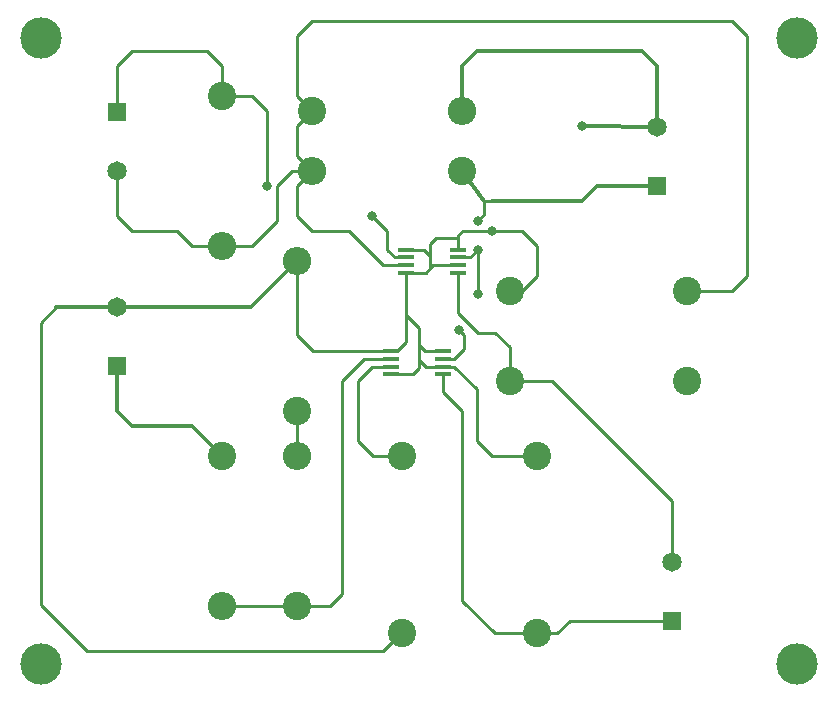
<source format=gbr>
G04 #@! TF.GenerationSoftware,KiCad,Pcbnew,(5.0.1)-4*
G04 #@! TF.CreationDate,2019-03-02T17:06:11-06:00*
G04 #@! TF.ProjectId,monitoring,6D6F6E69746F72696E672E6B69636164,rev?*
G04 #@! TF.SameCoordinates,Original*
G04 #@! TF.FileFunction,Copper,L1,Top,Signal*
G04 #@! TF.FilePolarity,Positive*
%FSLAX46Y46*%
G04 Gerber Fmt 4.6, Leading zero omitted, Abs format (unit mm)*
G04 Created by KiCad (PCBNEW (5.0.1)-4) date 2019-03-02 5:06:11 PM*
%MOMM*%
%LPD*%
G01*
G04 APERTURE LIST*
G04 #@! TA.AperFunction,SMDPad,CuDef*
%ADD10R,1.397000X0.431800*%
G04 #@! TD*
G04 #@! TA.AperFunction,ComponentPad*
%ADD11C,2.400000*%
G04 #@! TD*
G04 #@! TA.AperFunction,ComponentPad*
%ADD12C,1.650000*%
G04 #@! TD*
G04 #@! TA.AperFunction,ComponentPad*
%ADD13R,1.650000X1.650000*%
G04 #@! TD*
G04 #@! TA.AperFunction,ComponentPad*
%ADD14O,2.400000X2.400000*%
G04 #@! TD*
G04 #@! TA.AperFunction,ComponentPad*
%ADD15C,3.500000*%
G04 #@! TD*
G04 #@! TA.AperFunction,ViaPad*
%ADD16C,0.800000*%
G04 #@! TD*
G04 #@! TA.AperFunction,Conductor*
%ADD17C,0.250000*%
G04 #@! TD*
G04 #@! TA.AperFunction,Conductor*
%ADD18C,0.300000*%
G04 #@! TD*
G04 #@! TA.AperFunction,Conductor*
%ADD19C,0.220000*%
G04 #@! TD*
G04 #@! TA.AperFunction,Conductor*
%ADD20C,0.320000*%
G04 #@! TD*
G04 APERTURE END LIST*
D10*
G04 #@! TO.P,U1,1*
G04 #@! TO.N,Net-(C01-Pad2)*
X148920200Y-73955000D03*
G04 #@! TO.P,U1,2*
G04 #@! TO.N,Net-(J1-Pad1)*
X148920200Y-74605000D03*
G04 #@! TO.P,U1,3*
G04 #@! TO.N,Net-(C01-Pad1)*
X148920200Y-75255000D03*
G04 #@! TO.P,U1,4*
G04 #@! TO.N,Net-(C01-Pad2)*
X148920200Y-75905000D03*
G04 #@! TO.P,U1,5*
G04 #@! TO.N,Net-(C02-Pad2)*
X153339800Y-75905000D03*
G04 #@! TO.P,U1,6*
G04 #@! TO.N,Net-(C01-Pad2)*
X153339800Y-75255000D03*
G04 #@! TO.P,U1,7*
G04 #@! TO.N,Net-(J3-Pad1)*
X153339800Y-74605000D03*
G04 #@! TO.P,U1,8*
G04 #@! TO.N,Net-(C01-Pad2)*
X153339800Y-73955000D03*
G04 #@! TD*
D11*
G04 #@! TO.P,C02,1*
G04 #@! TO.N,Net-(C01-Pad2)*
X172720000Y-85090000D03*
G04 #@! TO.P,C02,2*
G04 #@! TO.N,Net-(C02-Pad2)*
X157720000Y-85090000D03*
G04 #@! TD*
G04 #@! TO.P,C01,2*
G04 #@! TO.N,Net-(C01-Pad2)*
X157720000Y-77470000D03*
G04 #@! TO.P,C01,1*
G04 #@! TO.N,Net-(C01-Pad1)*
X172720000Y-77470000D03*
G04 #@! TD*
G04 #@! TO.P,C03,1*
G04 #@! TO.N,Net-(C03-Pad1)*
X148590000Y-91440000D03*
G04 #@! TO.P,C03,2*
G04 #@! TO.N,Net-(C01-Pad2)*
X148590000Y-106440000D03*
G04 #@! TD*
G04 #@! TO.P,C04,2*
G04 #@! TO.N,Net-(C04-Pad2)*
X160020000Y-106440000D03*
G04 #@! TO.P,C04,1*
G04 #@! TO.N,Net-(C01-Pad2)*
X160020000Y-91440000D03*
G04 #@! TD*
D12*
G04 #@! TO.P,CT,2*
G04 #@! TO.N,Net-(C01-Pad1)*
X124460000Y-67270000D03*
D13*
G04 #@! TO.P,CT,1*
G04 #@! TO.N,Net-(J1-Pad1)*
X124460000Y-62270000D03*
G04 #@! TD*
G04 #@! TO.P,PT,1*
G04 #@! TO.N,Net-(J2-Pad1)*
X124460000Y-83780000D03*
D12*
G04 #@! TO.P,PT,2*
G04 #@! TO.N,Net-(C01-Pad2)*
X124460000Y-78780000D03*
G04 #@! TD*
D13*
G04 #@! TO.P,J3,1*
G04 #@! TO.N,Net-(J3-Pad1)*
X170180000Y-68540000D03*
D12*
G04 #@! TO.P,J3,2*
G04 #@! TO.N,Net-(C01-Pad2)*
X170180000Y-63540000D03*
G04 #@! TD*
G04 #@! TO.P,J4,2*
G04 #@! TO.N,Net-(C02-Pad2)*
X171450000Y-100370000D03*
D13*
G04 #@! TO.P,J4,1*
G04 #@! TO.N,Net-(C04-Pad2)*
X171450000Y-105370000D03*
G04 #@! TD*
D14*
G04 #@! TO.P,R01,2*
G04 #@! TO.N,Net-(C01-Pad1)*
X140970000Y-67310000D03*
D11*
G04 #@! TO.P,R01,1*
G04 #@! TO.N,Net-(J3-Pad1)*
X153670000Y-67310000D03*
G04 #@! TD*
G04 #@! TO.P,R02,1*
G04 #@! TO.N,Net-(C01-Pad1)*
X140970000Y-62230000D03*
D14*
G04 #@! TO.P,R02,2*
G04 #@! TO.N,Net-(C01-Pad2)*
X153670000Y-62230000D03*
G04 #@! TD*
D11*
G04 #@! TO.P,R03,1*
G04 #@! TO.N,Net-(J1-Pad1)*
X133350000Y-60960000D03*
D14*
G04 #@! TO.P,R03,2*
G04 #@! TO.N,Net-(C01-Pad1)*
X133350000Y-73660000D03*
G04 #@! TD*
G04 #@! TO.P,R04,2*
G04 #@! TO.N,Net-(R04-Pad2)*
X133350000Y-104140000D03*
D11*
G04 #@! TO.P,R04,1*
G04 #@! TO.N,Net-(J2-Pad1)*
X133350000Y-91440000D03*
G04 #@! TD*
G04 #@! TO.P,R05,1*
G04 #@! TO.N,Net-(R04-Pad2)*
X139700000Y-104140000D03*
D14*
G04 #@! TO.P,R05,2*
G04 #@! TO.N,Net-(R05-Pad2)*
X139700000Y-91440000D03*
G04 #@! TD*
G04 #@! TO.P,R06,2*
G04 #@! TO.N,Net-(C01-Pad2)*
X139700000Y-74930000D03*
D11*
G04 #@! TO.P,R06,1*
G04 #@! TO.N,Net-(R05-Pad2)*
X139700000Y-87630000D03*
G04 #@! TD*
D10*
G04 #@! TO.P,U2,8*
G04 #@! TO.N,Net-(C01-Pad2)*
X152069800Y-82550000D03*
G04 #@! TO.P,U2,7*
G04 #@! TO.N,Net-(J3-Pad1)*
X152069800Y-83200000D03*
G04 #@! TO.P,U2,6*
G04 #@! TO.N,Net-(C01-Pad2)*
X152069800Y-83850000D03*
G04 #@! TO.P,U2,5*
G04 #@! TO.N,Net-(C04-Pad2)*
X152069800Y-84500000D03*
G04 #@! TO.P,U2,4*
G04 #@! TO.N,Net-(C01-Pad2)*
X147650200Y-84500000D03*
G04 #@! TO.P,U2,3*
G04 #@! TO.N,Net-(C03-Pad1)*
X147650200Y-83850000D03*
G04 #@! TO.P,U2,2*
G04 #@! TO.N,Net-(R04-Pad2)*
X147650200Y-83200000D03*
G04 #@! TO.P,U2,1*
G04 #@! TO.N,Net-(C01-Pad2)*
X147650200Y-82550000D03*
G04 #@! TD*
D15*
G04 #@! TO.P,REF\002A\002A,1*
G04 #@! TO.N,N/C*
X182000000Y-56000000D03*
G04 #@! TD*
G04 #@! TO.P,REF\002A\002A,1*
G04 #@! TO.N,N/C*
X118000000Y-56000000D03*
G04 #@! TD*
G04 #@! TO.P,REF\002A\002A,1*
G04 #@! TO.N,N/C*
X182000000Y-109000000D03*
G04 #@! TD*
G04 #@! TO.P,REF\002A\002A,1*
G04 #@! TO.N,N/C*
X118000000Y-109000000D03*
G04 #@! TD*
D16*
G04 #@! TO.N,Net-(C01-Pad2)*
X156210000Y-72390000D03*
X163830000Y-63500000D03*
G04 #@! TO.N,Net-(J1-Pad1)*
X146050000Y-71120000D03*
X137160000Y-68580000D03*
G04 #@! TO.N,Net-(J3-Pad1)*
X155000000Y-74000000D03*
X155000000Y-71500000D03*
X155000000Y-71500000D03*
X155000000Y-71500000D03*
X155000000Y-77664000D03*
X153416000Y-80772000D03*
G04 #@! TD*
D17*
G04 #@! TO.N,Net-(C01-Pad2)*
X163830000Y-63500000D02*
X164104991Y-63500000D01*
D18*
X170180000Y-63540000D02*
X164104991Y-63500000D01*
X170180000Y-58420000D02*
X170180000Y-63540000D01*
X168910000Y-57150000D02*
X170180000Y-58420000D01*
X154940000Y-57150000D02*
X168910000Y-57150000D01*
X153670000Y-62230000D02*
X153670000Y-58420000D01*
X153670000Y-58420000D02*
X154940000Y-57150000D01*
D17*
X156210000Y-72390000D02*
X158750000Y-72390000D01*
X158750000Y-72390000D02*
X160020000Y-73660000D01*
X160020000Y-73660000D02*
X160020000Y-76200000D01*
X160020000Y-76200000D02*
X158750000Y-77470000D01*
X158750000Y-77470000D02*
X157720000Y-77470000D01*
D18*
X135850000Y-78780000D02*
X139700000Y-74930000D01*
X124460000Y-78780000D02*
X135850000Y-78780000D01*
X147080000Y-107950000D02*
X148590000Y-106440000D01*
X124460000Y-78780000D02*
X119340000Y-78780000D01*
D17*
X153018300Y-83850000D02*
X152069800Y-83850000D01*
X154940000Y-85771700D02*
X153018300Y-83850000D01*
X154940000Y-90170000D02*
X154940000Y-85771700D01*
X156210000Y-91440000D02*
X154940000Y-90170000D01*
X160020000Y-91440000D02*
X156210000Y-91440000D01*
X148920200Y-73955000D02*
X148437600Y-73955000D01*
X154940000Y-72390000D02*
X156210000Y-72390000D01*
X153670000Y-72390000D02*
X154940000Y-72390000D01*
X148920200Y-76370900D02*
X148920200Y-75905000D01*
X148132800Y-82550000D02*
X148920200Y-81762600D01*
X147650200Y-82550000D02*
X148132800Y-82550000D01*
X148920200Y-81762600D02*
X148920200Y-81500000D01*
X153339800Y-72720200D02*
X153560000Y-72500000D01*
X153560000Y-72500000D02*
X153670000Y-72390000D01*
X139700000Y-74930000D02*
X139700000Y-81200000D01*
X141050000Y-82550000D02*
X146950000Y-82550000D01*
X139700000Y-81200000D02*
X141050000Y-82550000D01*
X146950000Y-82550000D02*
X147650200Y-82550000D01*
X148920200Y-75905000D02*
X150595000Y-75905000D01*
X150595000Y-75905000D02*
X151000000Y-75500000D01*
X151000000Y-73500000D02*
X151500000Y-73000000D01*
X151500000Y-73000000D02*
X153339800Y-73000000D01*
X153339800Y-73955000D02*
X153339800Y-73000000D01*
X153339800Y-73000000D02*
X153339800Y-72720200D01*
X151245000Y-75255000D02*
X151000000Y-75500000D01*
X153339800Y-75255000D02*
X151245000Y-75255000D01*
X150455000Y-73955000D02*
X151000000Y-74500000D01*
X148920200Y-73955000D02*
X150455000Y-73955000D01*
X151000000Y-75500000D02*
X151000000Y-74500000D01*
X151000000Y-74500000D02*
X151000000Y-73500000D01*
X150000000Y-80579800D02*
X148920200Y-79500000D01*
X149500000Y-84500000D02*
X150000000Y-84000000D01*
X147650200Y-84500000D02*
X149500000Y-84500000D01*
X148920200Y-81500000D02*
X148920200Y-79500000D01*
X148920200Y-79500000D02*
X148920200Y-76370900D01*
X150600000Y-83850000D02*
X150000000Y-83250000D01*
X152069800Y-83850000D02*
X150600000Y-83850000D01*
X150000000Y-84000000D02*
X150000000Y-83250000D01*
X150550000Y-82550000D02*
X150000000Y-82000000D01*
X152069800Y-82550000D02*
X150550000Y-82550000D01*
X150000000Y-83250000D02*
X150000000Y-82000000D01*
X150000000Y-82000000D02*
X150000000Y-80579800D01*
X147080000Y-107950000D02*
X121950000Y-107950000D01*
X121950000Y-107950000D02*
X118000000Y-104000000D01*
X118000000Y-80120000D02*
X119340000Y-78780000D01*
X118000000Y-104000000D02*
X118000000Y-80120000D01*
G04 #@! TO.N,Net-(C01-Pad1)*
X132080000Y-73660000D02*
X133350000Y-73660000D01*
X140970000Y-67310000D02*
X139700000Y-66040000D01*
X139700000Y-63500000D02*
X140970000Y-62230000D01*
X139700000Y-66040000D02*
X139700000Y-63500000D01*
X124460000Y-67270000D02*
X124460000Y-69850000D01*
X124460000Y-69850000D02*
X124460000Y-71120000D01*
X133350000Y-73660000D02*
X130810000Y-73660000D01*
X130810000Y-73660000D02*
X129540000Y-72390000D01*
X129540000Y-72390000D02*
X125730000Y-72390000D01*
X125730000Y-72390000D02*
X124460000Y-71120000D01*
X172720000Y-77470000D02*
X176530000Y-77470000D01*
X176530000Y-77470000D02*
X177800000Y-76200000D01*
X177800000Y-76200000D02*
X177800000Y-55880000D01*
X177800000Y-55880000D02*
X176530000Y-54610000D01*
X176530000Y-54610000D02*
X140970000Y-54610000D01*
X140970000Y-54610000D02*
X139700000Y-55880000D01*
X139700000Y-60960000D02*
X140970000Y-62230000D01*
X139700000Y-55880000D02*
X139700000Y-60960000D01*
D19*
X139700000Y-68580000D02*
X140970000Y-67310000D01*
X139700000Y-69850000D02*
X139700000Y-68580000D01*
D17*
X133350000Y-73660000D02*
X135890000Y-73660000D01*
D19*
X139700000Y-69850000D02*
X139700000Y-71120000D01*
X139700000Y-71120000D02*
X140970000Y-72390000D01*
D17*
X147971700Y-75255000D02*
X148920200Y-75255000D01*
X147011410Y-75255000D02*
X147971700Y-75255000D01*
D19*
X144146410Y-72390000D02*
X147011410Y-75255000D01*
X140970000Y-72390000D02*
X144146410Y-72390000D01*
D17*
X139272944Y-67310000D02*
X138000000Y-68582944D01*
X140970000Y-67310000D02*
X139272944Y-67310000D01*
X138000000Y-71550000D02*
X137000000Y-72550000D01*
X138000000Y-68582944D02*
X138000000Y-71550000D01*
X135890000Y-73660000D02*
X137000000Y-72550000D01*
X137000000Y-72550000D02*
X137160000Y-72390000D01*
G04 #@! TO.N,Net-(C02-Pad2)*
X171450000Y-95250000D02*
X171450000Y-100370000D01*
X157720000Y-85090000D02*
X161290000Y-85090000D01*
X161290000Y-85090000D02*
X171450000Y-95250000D01*
X153339800Y-79339800D02*
X153339800Y-75905000D01*
X155000000Y-81000000D02*
X153339800Y-79339800D01*
X156500000Y-81000000D02*
X155000000Y-81000000D01*
X157720000Y-85090000D02*
X157720000Y-82220000D01*
X157720000Y-82220000D02*
X156500000Y-81000000D01*
G04 #@! TO.N,Net-(C03-Pad1)*
X146170000Y-91440000D02*
X148590000Y-91440000D01*
X144840000Y-90110000D02*
X146170000Y-91440000D01*
X144840000Y-85090000D02*
X144840000Y-90110000D01*
X147650200Y-83850000D02*
X146080000Y-83850000D01*
X146080000Y-83850000D02*
X144840000Y-85090000D01*
G04 #@! TO.N,Net-(C04-Pad2)*
X152069800Y-84965900D02*
X152069800Y-84500000D01*
X152069800Y-86029800D02*
X152069800Y-84965900D01*
X153670000Y-87630000D02*
X152069800Y-86029800D01*
X153670000Y-103660000D02*
X153670000Y-87630000D01*
X156450000Y-106440000D02*
X153670000Y-103660000D01*
X160020000Y-106440000D02*
X156450000Y-106440000D01*
X162787056Y-105370000D02*
X171450000Y-105370000D01*
X160020000Y-106440000D02*
X161717056Y-106440000D01*
X161717056Y-106440000D02*
X162787056Y-105370000D01*
G04 #@! TO.N,Net-(J1-Pad1)*
X133350000Y-58420000D02*
X133350000Y-60960000D01*
X132080000Y-57150000D02*
X133350000Y-58420000D01*
X125730000Y-57150000D02*
X132080000Y-57150000D01*
X124460000Y-62270000D02*
X124460000Y-58420000D01*
X124460000Y-58420000D02*
X125730000Y-57150000D01*
D19*
X133350000Y-60960000D02*
X135890000Y-60960000D01*
X135890000Y-60960000D02*
X137160000Y-62230000D01*
X137160000Y-62230000D02*
X137160000Y-68580000D01*
X147971700Y-74605000D02*
X147320000Y-73953300D01*
X148920200Y-74605000D02*
X147971700Y-74605000D01*
X147320000Y-73953300D02*
X147320000Y-72390000D01*
X147320000Y-72390000D02*
X146050000Y-71120000D01*
D17*
X146050000Y-71120000D02*
X146050000Y-71120000D01*
X137160000Y-68580000D02*
X137160000Y-68580000D01*
D20*
G04 #@! TO.N,Net-(J2-Pad1)*
X130810000Y-88900000D02*
X133350000Y-91440000D01*
X130810000Y-88900000D02*
X125730000Y-88900000D01*
X125730000Y-88900000D02*
X124460000Y-87630000D01*
X124460000Y-87630000D02*
X124460000Y-83780000D01*
D18*
G04 #@! TO.N,Net-(J3-Pad1)*
X163830000Y-69850000D02*
X156210000Y-69850000D01*
X170180000Y-68540000D02*
X165140000Y-68540000D01*
X165140000Y-68540000D02*
X163830000Y-69850000D01*
D17*
X156210000Y-69850000D02*
X155541795Y-69818205D01*
D18*
X155541795Y-69818205D02*
X153670000Y-67310000D01*
D17*
X155541795Y-69818205D02*
X155541795Y-70958205D01*
X155541795Y-70958205D02*
X155000000Y-71500000D01*
X154395000Y-74605000D02*
X155000000Y-74000000D01*
X153339800Y-74605000D02*
X154395000Y-74605000D01*
X155000000Y-74000000D02*
X155000000Y-77664000D01*
X155000000Y-77664000D02*
X155000000Y-77664000D01*
X153018300Y-83200000D02*
X152069800Y-83200000D01*
X153815999Y-82402301D02*
X153018300Y-83200000D01*
X153815999Y-81171999D02*
X153815999Y-82402301D01*
X153416000Y-80772000D02*
X153815999Y-81171999D01*
G04 #@! TO.N,Net-(R04-Pad2)*
X133350000Y-104140000D02*
X139700000Y-104140000D01*
X145400000Y-83200000D02*
X147650200Y-83200000D01*
X143510000Y-85090000D02*
X145400000Y-83200000D01*
X143510000Y-85090000D02*
X143510000Y-103124000D01*
X142494000Y-104140000D02*
X139700000Y-104140000D01*
X143510000Y-103124000D02*
X142494000Y-104140000D01*
G04 #@! TO.N,Net-(R05-Pad2)*
X139700000Y-91440000D02*
X139700000Y-87630000D01*
G04 #@! TD*
M02*

</source>
